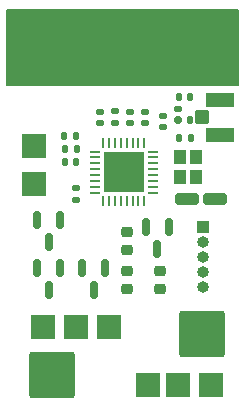
<source format=gbr>
%TF.GenerationSoftware,KiCad,Pcbnew,(6.0.9-0)*%
%TF.CreationDate,2023-01-16T20:49:35+01:00*%
%TF.ProjectId,ray2,72617932-2e6b-4696-9361-645f70636258,rev?*%
%TF.SameCoordinates,Original*%
%TF.FileFunction,Soldermask,Top*%
%TF.FilePolarity,Negative*%
%FSLAX46Y46*%
G04 Gerber Fmt 4.6, Leading zero omitted, Abs format (unit mm)*
G04 Created by KiCad (PCBNEW (6.0.9-0)) date 2023-01-16 20:49:35*
%MOMM*%
%LPD*%
G01*
G04 APERTURE LIST*
G04 Aperture macros list*
%AMRoundRect*
0 Rectangle with rounded corners*
0 $1 Rounding radius*
0 $2 $3 $4 $5 $6 $7 $8 $9 X,Y pos of 4 corners*
0 Add a 4 corners polygon primitive as box body*
4,1,4,$2,$3,$4,$5,$6,$7,$8,$9,$2,$3,0*
0 Add four circle primitives for the rounded corners*
1,1,$1+$1,$2,$3*
1,1,$1+$1,$4,$5*
1,1,$1+$1,$6,$7*
1,1,$1+$1,$8,$9*
0 Add four rect primitives between the rounded corners*
20,1,$1+$1,$2,$3,$4,$5,0*
20,1,$1+$1,$4,$5,$6,$7,0*
20,1,$1+$1,$6,$7,$8,$9,0*
20,1,$1+$1,$8,$9,$2,$3,0*%
G04 Aperture macros list end*
%ADD10C,0.150000*%
%ADD11RoundRect,0.250001X-0.799999X-0.799999X0.799999X-0.799999X0.799999X0.799999X-0.799999X0.799999X0*%
%ADD12RoundRect,0.135000X-0.135000X-0.185000X0.135000X-0.185000X0.135000X0.185000X-0.135000X0.185000X0*%
%ADD13RoundRect,0.225000X-0.250000X0.225000X-0.250000X-0.225000X0.250000X-0.225000X0.250000X0.225000X0*%
%ADD14RoundRect,0.140000X0.170000X-0.140000X0.170000X0.140000X-0.170000X0.140000X-0.170000X-0.140000X0*%
%ADD15RoundRect,0.140000X-0.140000X-0.170000X0.140000X-0.170000X0.140000X0.170000X-0.140000X0.170000X0*%
%ADD16RoundRect,0.150000X-0.150000X0.587500X-0.150000X-0.587500X0.150000X-0.587500X0.150000X0.587500X0*%
%ADD17RoundRect,0.250000X0.750000X-0.250000X0.750000X0.250000X-0.750000X0.250000X-0.750000X-0.250000X0*%
%ADD18RoundRect,0.070000X-0.525000X0.500000X-0.525000X-0.500000X0.525000X-0.500000X0.525000X0.500000X0*%
%ADD19RoundRect,0.070000X-1.100000X0.525000X-1.100000X-0.525000X1.100000X-0.525000X1.100000X0.525000X0*%
%ADD20R,1.000000X1.000000*%
%ADD21O,1.000000X1.000000*%
%ADD22R,1.000000X1.150000*%
%ADD23RoundRect,0.250002X-1.699998X-1.699998X1.699998X-1.699998X1.699998X1.699998X-1.699998X1.699998X0*%
%ADD24RoundRect,0.135000X0.185000X-0.135000X0.185000X0.135000X-0.185000X0.135000X-0.185000X-0.135000X0*%
%ADD25RoundRect,0.062500X-0.062500X0.375000X-0.062500X-0.375000X0.062500X-0.375000X0.062500X0.375000X0*%
%ADD26RoundRect,0.062500X-0.375000X0.062500X-0.375000X-0.062500X0.375000X-0.062500X0.375000X0.062500X0*%
%ADD27R,3.450000X3.450000*%
%ADD28RoundRect,0.147500X-0.172500X0.147500X-0.172500X-0.147500X0.172500X-0.147500X0.172500X0.147500X0*%
%ADD29RoundRect,0.135000X-0.185000X0.135000X-0.185000X-0.135000X0.185000X-0.135000X0.185000X0.135000X0*%
%ADD30RoundRect,0.147500X-0.147500X-0.172500X0.147500X-0.172500X0.147500X0.172500X-0.147500X0.172500X0*%
%ADD31RoundRect,0.140000X0.140000X0.170000X-0.140000X0.170000X-0.140000X-0.170000X0.140000X-0.170000X0*%
G04 APERTURE END LIST*
D10*
X130302000Y-87122000D02*
X149860000Y-87122000D01*
X149860000Y-87122000D02*
X149860000Y-93472000D01*
X149860000Y-93472000D02*
X130302000Y-93472000D01*
X130302000Y-93472000D02*
X130302000Y-87122000D01*
G36*
X130302000Y-87122000D02*
G01*
X149860000Y-87122000D01*
X149860000Y-93472000D01*
X130302000Y-93472000D01*
X130302000Y-87122000D01*
G37*
D11*
%TO.C,P7*%
X132650000Y-101840000D03*
%TD*%
D12*
%TO.C,R4*%
X135190000Y-97800000D03*
X136210000Y-97800000D03*
%TD*%
D13*
%TO.C,C10*%
X140462000Y-109207000D03*
X140462000Y-110757000D03*
%TD*%
D11*
%TO.C,P2*%
X142240000Y-118872000D03*
%TD*%
D14*
%TO.C,C2*%
X143510000Y-97000000D03*
X143510000Y-96040000D03*
%TD*%
D15*
%TO.C,C7*%
X144909600Y-97942400D03*
X145869600Y-97942400D03*
%TD*%
%TO.C,C1*%
X144870000Y-94488000D03*
X145830000Y-94488000D03*
%TD*%
D16*
%TO.C,Q1*%
X134808000Y-104894500D03*
X132908000Y-104894500D03*
X133858000Y-106769500D03*
%TD*%
D17*
%TO.C,P6*%
X145592800Y-103124000D03*
%TD*%
D18*
%TO.C,J1*%
X146812500Y-96200000D03*
D19*
X148337500Y-94725000D03*
X148337500Y-97675000D03*
%TD*%
D11*
%TO.C,P1*%
X144780000Y-118872000D03*
%TD*%
D20*
%TO.C,PG1*%
X146913600Y-105435400D03*
D21*
X146913600Y-106705400D03*
X146913600Y-107975400D03*
X146913600Y-109245400D03*
X146913600Y-110515400D03*
%TD*%
D22*
%TO.C,Y1*%
X144943600Y-99505800D03*
X144943600Y-101255800D03*
X146343600Y-101255800D03*
X146343600Y-99505800D03*
%TD*%
D23*
%TO.C,VIN1*%
X146812000Y-114554000D03*
%TD*%
D24*
%TO.C,R2*%
X136169400Y-103176800D03*
X136169400Y-102156800D03*
%TD*%
D23*
%TO.C,GND1*%
X134112000Y-118024000D03*
%TD*%
D14*
%TO.C,C3*%
X138176000Y-96660000D03*
X138176000Y-95700000D03*
%TD*%
D25*
%TO.C,U1*%
X141958000Y-98400500D03*
X141458000Y-98400500D03*
X140958000Y-98400500D03*
X140458000Y-98400500D03*
X139958000Y-98400500D03*
X139458000Y-98400500D03*
X138958000Y-98400500D03*
X138458000Y-98400500D03*
D26*
X137770500Y-99088000D03*
X137770500Y-99588000D03*
X137770500Y-100088000D03*
X137770500Y-100588000D03*
X137770500Y-101088000D03*
X137770500Y-101588000D03*
X137770500Y-102088000D03*
X137770500Y-102588000D03*
D25*
X138458000Y-103275500D03*
X138958000Y-103275500D03*
X139458000Y-103275500D03*
X139958000Y-103275500D03*
X140458000Y-103275500D03*
X140958000Y-103275500D03*
X141458000Y-103275500D03*
X141958000Y-103275500D03*
D26*
X142645500Y-102588000D03*
X142645500Y-102088000D03*
X142645500Y-101588000D03*
X142645500Y-101088000D03*
X142645500Y-100588000D03*
X142645500Y-100088000D03*
X142645500Y-99588000D03*
X142645500Y-99088000D03*
D27*
X140208000Y-100838000D03*
%TD*%
D13*
%TO.C,C5*%
X143256000Y-109207000D03*
X143256000Y-110757000D03*
%TD*%
D11*
%TO.C,N3*%
X138938000Y-113960000D03*
%TD*%
D12*
%TO.C,R3*%
X135210000Y-98860000D03*
X136230000Y-98860000D03*
%TD*%
D16*
%TO.C,Q2*%
X134808000Y-108958500D03*
X132908000Y-108958500D03*
X133858000Y-110833500D03*
%TD*%
D14*
%TO.C,C4*%
X141986000Y-96660000D03*
X141986000Y-95700000D03*
%TD*%
D28*
%TO.C,L1*%
X144800000Y-95483000D03*
X144800000Y-96453000D03*
%TD*%
D29*
%TO.C,R1*%
X139446000Y-95670000D03*
X139446000Y-96690000D03*
%TD*%
D30*
%TO.C,L2*%
X144830000Y-96400000D03*
X145800000Y-96400000D03*
%TD*%
D31*
%TO.C,C6*%
X136192200Y-99974400D03*
X135232200Y-99974400D03*
%TD*%
D17*
%TO.C,P5*%
X147955000Y-103124000D03*
%TD*%
D13*
%TO.C,C8*%
X140462000Y-105905000D03*
X140462000Y-107455000D03*
%TD*%
D11*
%TO.C,N2*%
X136144000Y-113960000D03*
%TD*%
%TO.C,N1*%
X133350000Y-113960000D03*
%TD*%
D16*
%TO.C,U3*%
X144002800Y-105488500D03*
X142102800Y-105488500D03*
X143052800Y-107363500D03*
%TD*%
D11*
%TO.C,P3*%
X147574000Y-118872000D03*
%TD*%
%TO.C,P4*%
X132650000Y-98640000D03*
%TD*%
D16*
%TO.C,Q3*%
X138618000Y-108958500D03*
X136718000Y-108958500D03*
X137668000Y-110833500D03*
%TD*%
D14*
%TO.C,C9*%
X140716000Y-96660000D03*
X140716000Y-95700000D03*
%TD*%
M02*

</source>
